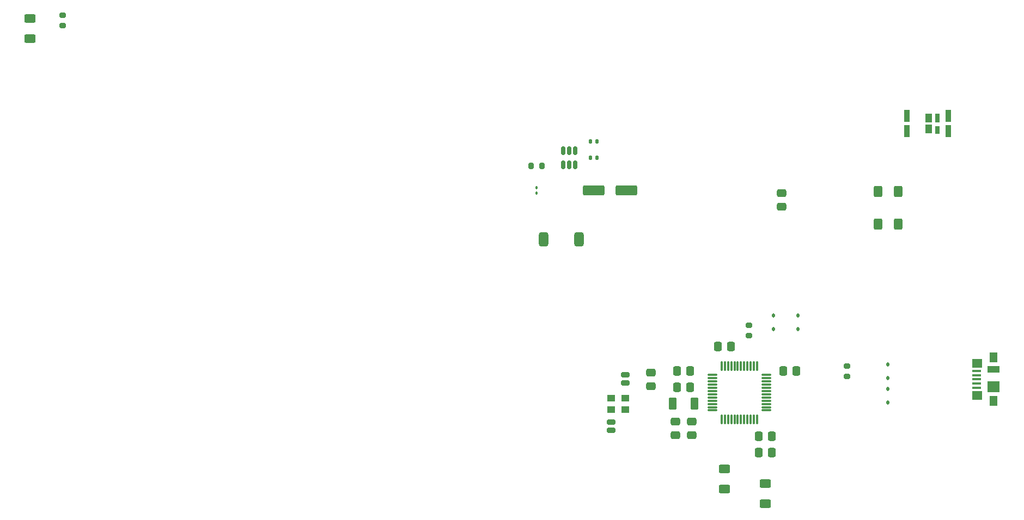
<source format=gbr>
%TF.GenerationSoftware,KiCad,Pcbnew,7.0.8*%
%TF.CreationDate,2025-04-12T00:46:53+05:30*%
%TF.ProjectId,hardware assignement,68617264-7761-4726-9520-61737369676e,rev?*%
%TF.SameCoordinates,Original*%
%TF.FileFunction,Paste,Top*%
%TF.FilePolarity,Positive*%
%FSLAX46Y46*%
G04 Gerber Fmt 4.6, Leading zero omitted, Abs format (unit mm)*
G04 Created by KiCad (PCBNEW 7.0.8) date 2025-04-12 00:46:53*
%MOMM*%
%LPD*%
G01*
G04 APERTURE LIST*
G04 Aperture macros list*
%AMRoundRect*
0 Rectangle with rounded corners*
0 $1 Rounding radius*
0 $2 $3 $4 $5 $6 $7 $8 $9 X,Y pos of 4 corners*
0 Add a 4 corners polygon primitive as box body*
4,1,4,$2,$3,$4,$5,$6,$7,$8,$9,$2,$3,0*
0 Add four circle primitives for the rounded corners*
1,1,$1+$1,$2,$3*
1,1,$1+$1,$4,$5*
1,1,$1+$1,$6,$7*
1,1,$1+$1,$8,$9*
0 Add four rect primitives between the rounded corners*
20,1,$1+$1,$2,$3,$4,$5,0*
20,1,$1+$1,$4,$5,$6,$7,0*
20,1,$1+$1,$6,$7,$8,$9,0*
20,1,$1+$1,$8,$9,$2,$3,0*%
G04 Aperture macros list end*
%ADD10R,1.550000X1.425000*%
%ADD11R,1.900000X1.000000*%
%ADD12R,1.300000X1.650000*%
%ADD13R,1.900000X1.800000*%
%ADD14R,1.380000X0.450000*%
%ADD15RoundRect,0.250000X0.625000X-0.400000X0.625000X0.400000X-0.625000X0.400000X-0.625000X-0.400000X0*%
%ADD16RoundRect,0.250000X-0.475000X0.337500X-0.475000X-0.337500X0.475000X-0.337500X0.475000X0.337500X0*%
%ADD17RoundRect,0.250000X0.475000X-0.337500X0.475000X0.337500X-0.475000X0.337500X-0.475000X-0.337500X0*%
%ADD18RoundRect,0.200000X-0.275000X0.200000X-0.275000X-0.200000X0.275000X-0.200000X0.275000X0.200000X0*%
%ADD19RoundRect,0.250000X-0.400000X-0.625000X0.400000X-0.625000X0.400000X0.625000X-0.400000X0.625000X0*%
%ADD20RoundRect,0.250000X-0.625000X0.400000X-0.625000X-0.400000X0.625000X-0.400000X0.625000X0.400000X0*%
%ADD21RoundRect,0.375000X0.375000X0.725000X-0.375000X0.725000X-0.375000X-0.725000X0.375000X-0.725000X0*%
%ADD22RoundRect,0.112500X0.112500X-0.187500X0.112500X0.187500X-0.112500X0.187500X-0.112500X-0.187500X0*%
%ADD23RoundRect,0.112500X-0.112500X0.187500X-0.112500X-0.187500X0.112500X-0.187500X0.112500X0.187500X0*%
%ADD24RoundRect,0.140000X-0.140000X-0.170000X0.140000X-0.170000X0.140000X0.170000X-0.140000X0.170000X0*%
%ADD25RoundRect,0.250000X-1.412500X-0.550000X1.412500X-0.550000X1.412500X0.550000X-1.412500X0.550000X0*%
%ADD26R,1.300000X1.000000*%
%ADD27RoundRect,0.150000X-0.150000X0.512500X-0.150000X-0.512500X0.150000X-0.512500X0.150000X0.512500X0*%
%ADD28RoundRect,0.075000X-0.662500X-0.075000X0.662500X-0.075000X0.662500X0.075000X-0.662500X0.075000X0*%
%ADD29RoundRect,0.075000X-0.075000X-0.662500X0.075000X-0.662500X0.075000X0.662500X-0.075000X0.662500X0*%
%ADD30RoundRect,0.200000X-0.200000X-0.275000X0.200000X-0.275000X0.200000X0.275000X-0.200000X0.275000X0*%
%ADD31R,0.900000X1.850000*%
%ADD32R,0.650000X1.150000*%
%ADD33R,1.000000X1.350000*%
%ADD34R,0.650000X1.350000*%
%ADD35RoundRect,0.250000X0.362500X0.700000X-0.362500X0.700000X-0.362500X-0.700000X0.362500X-0.700000X0*%
%ADD36RoundRect,0.090000X-0.090000X0.139000X-0.090000X-0.139000X0.090000X-0.139000X0.090000X0.139000X0*%
%ADD37RoundRect,0.250000X0.337500X0.475000X-0.337500X0.475000X-0.337500X-0.475000X0.337500X-0.475000X0*%
%ADD38RoundRect,0.250000X-0.337500X-0.475000X0.337500X-0.475000X0.337500X0.475000X-0.337500X0.475000X0*%
%ADD39RoundRect,0.208750X-0.431250X0.208750X-0.431250X-0.208750X0.431250X-0.208750X0.431250X0.208750X0*%
%ADD40RoundRect,0.208750X0.431250X-0.208750X0.431250X0.208750X-0.431250X0.208750X-0.431250X-0.208750X0*%
G04 APERTURE END LIST*
D10*
%TO.C,usb*%
X189125000Y-76252500D03*
D11*
X191700000Y-77190000D03*
D10*
X189125000Y-81227500D03*
D12*
X191700000Y-82115000D03*
X191700000Y-75365000D03*
D13*
X191700000Y-79890000D03*
D14*
X189040000Y-77440000D03*
X189040000Y-78090000D03*
X189040000Y-78740000D03*
X189040000Y-79390000D03*
X189040000Y-80040000D03*
%TD*%
D15*
%TO.C,R3*%
X41910000Y-22580000D03*
X41910000Y-25680000D03*
%TD*%
D16*
%TO.C,C16*%
X158750000Y-51837500D03*
X158750000Y-49762500D03*
%TD*%
D17*
%TO.C,C11*%
X138430000Y-77702500D03*
X138430000Y-79777500D03*
%TD*%
%TO.C,C10*%
X144780000Y-85322500D03*
X144780000Y-87397500D03*
%TD*%
D18*
%TO.C,TH1*%
X46990000Y-23685000D03*
X46990000Y-22035000D03*
%TD*%
D19*
%TO.C,R8*%
X176820000Y-49525000D03*
X173720000Y-49525000D03*
%TD*%
%TO.C,R6*%
X176820000Y-54605000D03*
X173720000Y-54605000D03*
%TD*%
D20*
%TO.C,R5*%
X156210000Y-98070000D03*
X156210000Y-94970000D03*
%TD*%
%TO.C,R4*%
X149860000Y-95810000D03*
X149860000Y-92710000D03*
%TD*%
D21*
%TO.C,L1*%
X127210000Y-56960000D03*
X121710000Y-56960000D03*
%TD*%
D22*
%TO.C,D6*%
X157480000Y-68800000D03*
X157480000Y-70900000D03*
%TD*%
%TO.C,D4*%
X161290000Y-68800000D03*
X161290000Y-70900000D03*
%TD*%
%TO.C,D3*%
X175260000Y-80230000D03*
X175260000Y-82330000D03*
%TD*%
D23*
%TO.C,D2*%
X175260000Y-78520000D03*
X175260000Y-76420000D03*
%TD*%
D24*
%TO.C,C15*%
X130020000Y-44260000D03*
X129060000Y-44260000D03*
%TD*%
%TO.C,C14*%
X129060000Y-41720000D03*
X130020000Y-41720000D03*
%TD*%
D25*
%TO.C,C13*%
X129540000Y-49340000D03*
X134615000Y-49340000D03*
%TD*%
D26*
%TO.C,Y1*%
X134450000Y-83450000D03*
X132250000Y-83450000D03*
X132250000Y-81650000D03*
X134450000Y-81650000D03*
%TD*%
D27*
%TO.C,U2*%
X126680000Y-45397500D03*
X125730000Y-45397500D03*
X124780000Y-45397500D03*
X124780000Y-43122500D03*
X125730000Y-43122500D03*
X126680000Y-43122500D03*
%TD*%
D28*
%TO.C,U1*%
X148005000Y-78080000D03*
X148005000Y-78580000D03*
X148005000Y-79080000D03*
X148005000Y-79580000D03*
X148005000Y-80080000D03*
X148005000Y-80580000D03*
X148005000Y-81080000D03*
X148005000Y-81580000D03*
X148005000Y-82080000D03*
X148005000Y-82580000D03*
X148005000Y-83080000D03*
X148005000Y-83580000D03*
D29*
X149417500Y-84992500D03*
X149917500Y-84992500D03*
X150417500Y-84992500D03*
X150917500Y-84992500D03*
X151417500Y-84992500D03*
X151917500Y-84992500D03*
X152417500Y-84992500D03*
X152917500Y-84992500D03*
X153417500Y-84992500D03*
X153917500Y-84992500D03*
X154417500Y-84992500D03*
X154917500Y-84992500D03*
D28*
X156330000Y-83580000D03*
X156330000Y-83080000D03*
X156330000Y-82580000D03*
X156330000Y-82080000D03*
X156330000Y-81580000D03*
X156330000Y-81080000D03*
X156330000Y-80580000D03*
X156330000Y-80080000D03*
X156330000Y-79580000D03*
X156330000Y-79080000D03*
X156330000Y-78580000D03*
X156330000Y-78080000D03*
D29*
X154917500Y-76667500D03*
X154417500Y-76667500D03*
X153917500Y-76667500D03*
X153417500Y-76667500D03*
X152917500Y-76667500D03*
X152417500Y-76667500D03*
X151917500Y-76667500D03*
X151417500Y-76667500D03*
X150917500Y-76667500D03*
X150417500Y-76667500D03*
X149917500Y-76667500D03*
X149417500Y-76667500D03*
%TD*%
D30*
%TO.C,R7*%
X121475000Y-45530000D03*
X119825000Y-45530000D03*
%TD*%
D18*
%TO.C,R2*%
X168910000Y-78295000D03*
X168910000Y-76645000D03*
%TD*%
%TO.C,R1*%
X153670000Y-71945000D03*
X153670000Y-70295000D03*
%TD*%
D31*
%TO.C,Q2*%
X184635000Y-40125000D03*
X178235000Y-37775000D03*
X184635000Y-37775000D03*
X178235000Y-40125000D03*
D32*
X182985000Y-39900000D03*
D33*
X181610000Y-39800000D03*
X181610000Y-38100000D03*
D34*
X182985000Y-38100000D03*
%TD*%
D35*
%TO.C,FB1*%
X141847500Y-82550000D03*
X145172500Y-82550000D03*
%TD*%
D36*
%TO.C,D1*%
X120650000Y-48907500D03*
X120650000Y-49772500D03*
%TD*%
D17*
%TO.C,C9*%
X142240000Y-85322500D03*
X142240000Y-87397500D03*
%TD*%
D37*
%TO.C,C8*%
X142472500Y-77470000D03*
X144547500Y-77470000D03*
%TD*%
D38*
%TO.C,C7*%
X148822500Y-73660000D03*
X150897500Y-73660000D03*
%TD*%
%TO.C,C6*%
X161057500Y-77470000D03*
X158982500Y-77470000D03*
%TD*%
D39*
%TO.C,C5*%
X132233229Y-86661316D03*
X132233229Y-85406316D03*
%TD*%
D38*
%TO.C,C4*%
X157247500Y-90170000D03*
X155172500Y-90170000D03*
%TD*%
%TO.C,C3*%
X157247500Y-87630000D03*
X155172500Y-87630000D03*
%TD*%
D40*
%TO.C,C2*%
X134462072Y-78017558D03*
X134462072Y-79272558D03*
%TD*%
D37*
%TO.C,C1*%
X142472500Y-80010000D03*
X144547500Y-80010000D03*
%TD*%
M02*

</source>
